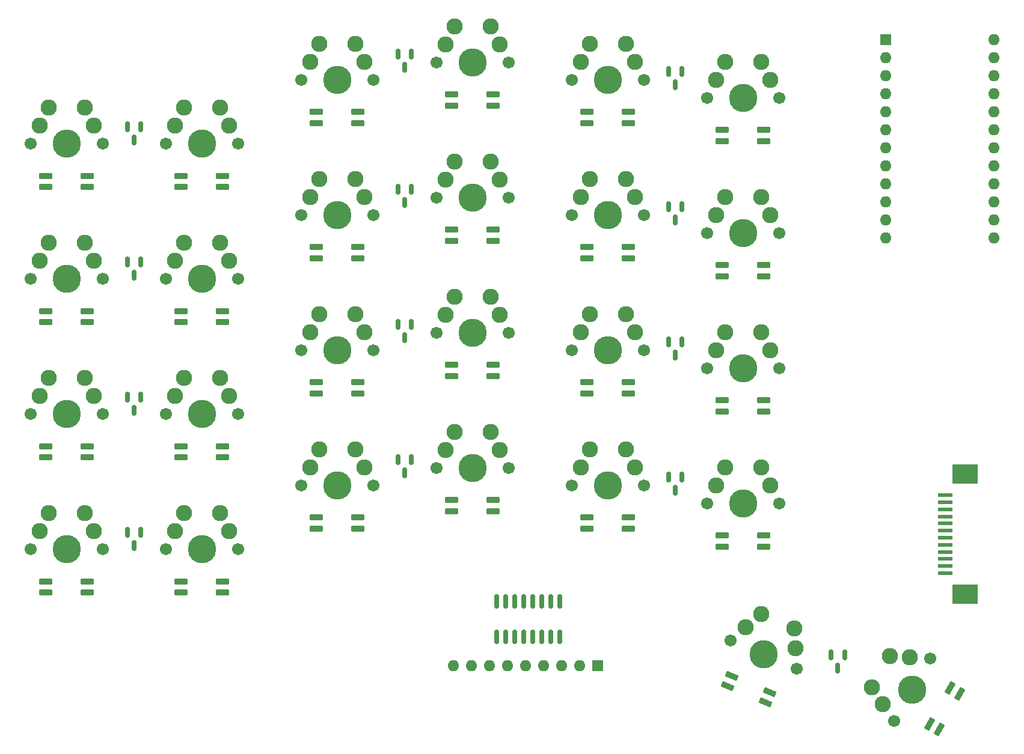
<source format=gbr>
%TF.GenerationSoftware,KiCad,Pcbnew,8.0.8-8.0.8-0~ubuntu22.04.1*%
%TF.CreationDate,2025-01-26T03:04:03-06:00*%
%TF.ProjectId,kbd,6b62642e-6b69-4636-9164-5f7063625858,rev?*%
%TF.SameCoordinates,Original*%
%TF.FileFunction,Soldermask,Top*%
%TF.FilePolarity,Negative*%
%FSLAX46Y46*%
G04 Gerber Fmt 4.6, Leading zero omitted, Abs format (unit mm)*
G04 Created by KiCad (PCBNEW 8.0.8-8.0.8-0~ubuntu22.04.1) date 2025-01-26 03:04:03*
%MOMM*%
%LPD*%
G01*
G04 APERTURE LIST*
G04 Aperture macros list*
%AMRoundRect*
0 Rectangle with rounded corners*
0 $1 Rounding radius*
0 $2 $3 $4 $5 $6 $7 $8 $9 X,Y pos of 4 corners*
0 Add a 4 corners polygon primitive as box body*
4,1,4,$2,$3,$4,$5,$6,$7,$8,$9,$2,$3,0*
0 Add four circle primitives for the rounded corners*
1,1,$1+$1,$2,$3*
1,1,$1+$1,$4,$5*
1,1,$1+$1,$6,$7*
1,1,$1+$1,$8,$9*
0 Add four rect primitives between the rounded corners*
20,1,$1+$1,$2,$3,$4,$5,0*
20,1,$1+$1,$4,$5,$6,$7,0*
20,1,$1+$1,$6,$7,$8,$9,0*
20,1,$1+$1,$8,$9,$2,$3,0*%
G04 Aperture macros list end*
%ADD10RoundRect,0.082000X0.818000X0.328000X-0.818000X0.328000X-0.818000X-0.328000X0.818000X-0.328000X0*%
%ADD11RoundRect,0.082000X-0.818000X-0.328000X0.818000X-0.328000X0.818000X0.328000X-0.818000X0.328000X0*%
%ADD12C,1.701800*%
%ADD13C,3.987800*%
%ADD14C,2.286000*%
%ADD15RoundRect,0.150000X-0.150000X0.850000X-0.150000X-0.850000X0.150000X-0.850000X0.150000X0.850000X0*%
%ADD16R,2.000000X0.610000*%
%ADD17R,3.600000X2.680000*%
%ADD18R,1.600000X1.600000*%
%ADD19O,1.600000X1.600000*%
%ADD20RoundRect,0.082000X0.124944X0.872409X-0.693056X-0.544409X-0.124944X-0.872409X0.693056X0.544409X0*%
%ADD21RoundRect,0.082000X0.881133X-0.017692X-0.624813X0.621544X-0.881133X0.017692X0.624813X-0.621544X0*%
%ADD22RoundRect,0.150000X-0.150000X0.587500X-0.150000X-0.587500X0.150000X-0.587500X0.150000X0.587500X0*%
G04 APERTURE END LIST*
D10*
%TO.C,LED35*%
X158150000Y-115160000D03*
X158150000Y-116740000D03*
X152350000Y-116740000D03*
X152350000Y-115160000D03*
%TD*%
D11*
%TO.C,LED01*%
X76150000Y-66090000D03*
X76150000Y-64510000D03*
X81950000Y-64510000D03*
X81950000Y-66090000D03*
%TD*%
D12*
%TO.C,SW04*%
X131120000Y-51000000D03*
D13*
X136200000Y-51000000D03*
D12*
X141280000Y-51000000D03*
D14*
X133660000Y-45920000D03*
X138740000Y-45920000D03*
X132390000Y-48460000D03*
X140010000Y-48460000D03*
%TD*%
D11*
%TO.C,LED04*%
X133300000Y-57090000D03*
X133300000Y-55510000D03*
X139100000Y-55510000D03*
X139100000Y-57090000D03*
%TD*%
D10*
%TO.C,LED30*%
X62900000Y-121660000D03*
X62900000Y-123240000D03*
X57100000Y-123240000D03*
X57100000Y-121660000D03*
%TD*%
D11*
%TO.C,LED20*%
X57100000Y-104189999D03*
X57100000Y-102609999D03*
X62900000Y-102609999D03*
X62900000Y-104189999D03*
%TD*%
D12*
%TO.C,SW05*%
X150170000Y-53500000D03*
D13*
X155250000Y-53500000D03*
D12*
X160330000Y-53500000D03*
D14*
X152710000Y-48420000D03*
X157790000Y-48420000D03*
X151440000Y-50960000D03*
X159060000Y-50960000D03*
%TD*%
D15*
%TO.C,U4*%
X129445000Y-124500000D03*
X128175000Y-124500000D03*
X126905000Y-124500000D03*
X125635000Y-124500000D03*
X124365000Y-124500000D03*
X123095000Y-124500000D03*
X121825000Y-124500000D03*
X120555000Y-124500000D03*
X120555000Y-129500000D03*
X121825000Y-129500000D03*
X123095000Y-129500000D03*
X124365000Y-129500000D03*
X125635000Y-129500000D03*
X126905000Y-129500000D03*
X128175000Y-129500000D03*
X129445000Y-129500000D03*
%TD*%
D12*
%TO.C,SW13*%
X112070000Y-67550000D03*
D13*
X117150000Y-67550000D03*
D12*
X122230000Y-67550000D03*
D14*
X114610000Y-62470000D03*
X119690000Y-62470000D03*
X113340000Y-65010000D03*
X120960000Y-65010000D03*
%TD*%
D12*
%TO.C,SW33*%
X112070000Y-105650000D03*
D13*
X117150000Y-105650000D03*
D12*
X122230000Y-105650000D03*
D14*
X114610000Y-100570000D03*
X119690000Y-100570000D03*
X113340000Y-103110000D03*
X120960000Y-103110000D03*
%TD*%
D16*
%TO.C,J2*%
X183700000Y-120500000D03*
X183700000Y-119500000D03*
X183700000Y-118500000D03*
X183700000Y-117500000D03*
X183700000Y-116500000D03*
X183700000Y-115500000D03*
X183700000Y-114500000D03*
X183700000Y-113500000D03*
X183700000Y-112500000D03*
X183700000Y-111500000D03*
X183700000Y-110500000D03*
X183700000Y-109500000D03*
D17*
X186500000Y-123490000D03*
X186500000Y-106510000D03*
%TD*%
D12*
%TO.C,SW37*%
X176510000Y-141349409D03*
D13*
X179050000Y-136950000D03*
D12*
X181590000Y-132550591D03*
D14*
X173380591Y-136609705D03*
X175920591Y-132210295D03*
X174945295Y-138979557D03*
X178755295Y-132380443D03*
%TD*%
D12*
%TO.C,SW15*%
X150170000Y-72550000D03*
D13*
X155250000Y-72550000D03*
D12*
X160330000Y-72550000D03*
D14*
X152710000Y-67470000D03*
X157790000Y-67470000D03*
X151440000Y-70010000D03*
X159060000Y-70010000D03*
%TD*%
D10*
%TO.C,LED13*%
X120050000Y-72060000D03*
X120050000Y-73640000D03*
X114250000Y-73640000D03*
X114250000Y-72060000D03*
%TD*%
D12*
%TO.C,SW14*%
X131120000Y-70050000D03*
D13*
X136200000Y-70050000D03*
D12*
X141280000Y-70050000D03*
D14*
X133660000Y-64970000D03*
X138740000Y-64970000D03*
X132390000Y-67510000D03*
X140010000Y-67510000D03*
%TD*%
D12*
%TO.C,SW31*%
X73970000Y-117150000D03*
D13*
X79050000Y-117150000D03*
D12*
X84130000Y-117150000D03*
D14*
X76510000Y-112070000D03*
X81590000Y-112070000D03*
X75240000Y-114610000D03*
X82860000Y-114610000D03*
%TD*%
D12*
%TO.C,SW03*%
X112070000Y-48500000D03*
D13*
X117150000Y-48500000D03*
D12*
X122230000Y-48500000D03*
D14*
X114610000Y-43420000D03*
X119690000Y-43420000D03*
X113340000Y-45960000D03*
X120960000Y-45960000D03*
%TD*%
D18*
%TO.C,U1*%
X175375000Y-45280000D03*
D19*
X175375000Y-47820000D03*
X175375000Y-50360000D03*
X175375000Y-52900000D03*
X175375000Y-55440000D03*
X175375000Y-57980000D03*
X175375000Y-60520000D03*
X175375000Y-63060000D03*
X175375000Y-65600000D03*
X175375000Y-68140000D03*
X175375000Y-70680000D03*
X175375000Y-73220000D03*
X190615000Y-73220000D03*
X190615000Y-70680000D03*
X190615000Y-68140000D03*
X190615000Y-65600000D03*
X190615000Y-63060000D03*
X190615000Y-60520000D03*
X190615000Y-57980000D03*
X190615000Y-55440000D03*
X190615000Y-52900000D03*
X190615000Y-50360000D03*
X190615000Y-47820000D03*
X190615000Y-45280000D03*
%TD*%
D10*
%TO.C,LED32*%
X101000000Y-112660000D03*
X101000000Y-114240000D03*
X95200000Y-114240000D03*
X95200000Y-112660000D03*
%TD*%
D11*
%TO.C,LED21*%
X76150000Y-104189999D03*
X76150000Y-102609999D03*
X81950000Y-102609999D03*
X81950000Y-104189999D03*
%TD*%
D12*
%TO.C,SW24*%
X131120000Y-89100000D03*
D13*
X136200000Y-89100000D03*
D12*
X141280000Y-89100000D03*
D14*
X133660000Y-84020000D03*
X138740000Y-84020000D03*
X132390000Y-86560000D03*
X140010000Y-86560000D03*
%TD*%
D20*
%TO.C,LED37*%
X184405840Y-136683526D03*
X185774160Y-137473526D03*
X182874160Y-142496474D03*
X181505840Y-141706474D03*
%TD*%
D12*
%TO.C,SW21*%
X73970000Y-98100000D03*
D13*
X79050000Y-98100000D03*
D12*
X84130000Y-98100000D03*
D14*
X76510000Y-93020000D03*
X81590000Y-93020000D03*
X75240000Y-95560000D03*
X82860000Y-95560000D03*
%TD*%
D11*
%TO.C,LED23*%
X114250000Y-92689999D03*
X114250000Y-91109999D03*
X120050000Y-91109999D03*
X120050000Y-92689999D03*
%TD*%
D12*
%TO.C,SW34*%
X131120000Y-108150000D03*
D13*
X136200000Y-108150000D03*
D12*
X141280000Y-108150000D03*
D14*
X133660000Y-103070000D03*
X138740000Y-103070000D03*
X132390000Y-105610000D03*
X140010000Y-105610000D03*
%TD*%
D10*
%TO.C,LED31*%
X81950000Y-121660000D03*
X81950000Y-123240000D03*
X76150000Y-123240000D03*
X76150000Y-121660000D03*
%TD*%
D12*
%TO.C,SW11*%
X73970000Y-79050000D03*
D13*
X79050000Y-79050000D03*
D12*
X84130000Y-79050000D03*
D14*
X76510000Y-73970000D03*
X81590000Y-73970000D03*
X75240000Y-76510000D03*
X82860000Y-76510000D03*
%TD*%
D11*
%TO.C,LED24*%
X133300000Y-95189999D03*
X133300000Y-93609999D03*
X139100000Y-93609999D03*
X139100000Y-95189999D03*
%TD*%
%TO.C,LED25*%
X152350000Y-97689999D03*
X152350000Y-96109999D03*
X158150000Y-96109999D03*
X158150000Y-97689999D03*
%TD*%
%TO.C,LED03*%
X114250000Y-54590000D03*
X114250000Y-53010000D03*
X120050000Y-53010000D03*
X120050000Y-54590000D03*
%TD*%
D10*
%TO.C,LED33*%
X120050000Y-110160000D03*
X120050000Y-111740000D03*
X114250000Y-111740000D03*
X114250000Y-110160000D03*
%TD*%
D21*
%TO.C,LED36*%
X159048142Y-137243667D03*
X158430786Y-138698065D03*
X153091858Y-136431825D03*
X153709214Y-134977427D03*
%TD*%
D12*
%TO.C,SW30*%
X54920000Y-117150000D03*
D13*
X60000000Y-117150000D03*
D12*
X65080000Y-117150000D03*
D14*
X57460000Y-112070000D03*
X62540000Y-112070000D03*
X56190000Y-114610000D03*
X63810000Y-114610000D03*
%TD*%
D12*
%TO.C,SW00*%
X54920000Y-60000000D03*
D13*
X60000000Y-60000000D03*
D12*
X65080000Y-60000000D03*
D14*
X57460000Y-54920000D03*
X62540000Y-54920000D03*
X56190000Y-57460000D03*
X63810000Y-57460000D03*
%TD*%
D12*
%TO.C,SW35*%
X150170000Y-110650000D03*
D13*
X155250000Y-110650000D03*
D12*
X160330000Y-110650000D03*
D14*
X152710000Y-105570000D03*
X157790000Y-105570000D03*
X151440000Y-108110000D03*
X159060000Y-108110000D03*
%TD*%
D10*
%TO.C,LED14*%
X139100000Y-74560000D03*
X139100000Y-76140000D03*
X133300000Y-76140000D03*
X133300000Y-74560000D03*
%TD*%
D11*
%TO.C,LED22*%
X95200000Y-95189999D03*
X95200000Y-93609999D03*
X101000000Y-93609999D03*
X101000000Y-95189999D03*
%TD*%
D10*
%TO.C,LED10*%
X62900000Y-83560000D03*
X62900000Y-85140000D03*
X57100000Y-85140000D03*
X57100000Y-83560000D03*
%TD*%
D12*
%TO.C,SW23*%
X112070000Y-86600000D03*
D13*
X117150000Y-86600000D03*
D12*
X122230000Y-86600000D03*
D14*
X114610000Y-81520000D03*
X119690000Y-81520000D03*
X113340000Y-84060000D03*
X120960000Y-84060000D03*
%TD*%
D12*
%TO.C,SW20*%
X54920000Y-98100000D03*
D13*
X60000000Y-98100000D03*
D12*
X65080000Y-98100000D03*
D14*
X57460000Y-93020000D03*
X62540000Y-93020000D03*
X56190000Y-95560000D03*
X63810000Y-95560000D03*
%TD*%
D12*
%TO.C,SW12*%
X93020000Y-70050000D03*
D13*
X98100000Y-70050000D03*
D12*
X103180000Y-70050000D03*
D14*
X95560000Y-64970000D03*
X100640000Y-64970000D03*
X94290000Y-67510000D03*
X101910000Y-67510000D03*
%TD*%
D10*
%TO.C,LED12*%
X101000000Y-74560000D03*
X101000000Y-76140000D03*
X95200000Y-76140000D03*
X95200000Y-74560000D03*
%TD*%
D11*
%TO.C,LED02*%
X95200000Y-57090000D03*
X95200000Y-55510000D03*
X101000000Y-55510000D03*
X101000000Y-57090000D03*
%TD*%
D12*
%TO.C,SW02*%
X93020000Y-51000000D03*
D13*
X98100000Y-51000000D03*
D12*
X103180000Y-51000000D03*
D14*
X95560000Y-45920000D03*
X100640000Y-45920000D03*
X94290000Y-48460000D03*
X101910000Y-48460000D03*
%TD*%
D10*
%TO.C,LED34*%
X139100000Y-112660000D03*
X139100000Y-114240000D03*
X133300000Y-114240000D03*
X133300000Y-112660000D03*
%TD*%
D11*
%TO.C,LED00*%
X57100000Y-66090000D03*
X57100000Y-64510000D03*
X62900000Y-64510000D03*
X62900000Y-66090000D03*
%TD*%
D10*
%TO.C,LED15*%
X158150000Y-77060000D03*
X158150000Y-78640000D03*
X152350000Y-78640000D03*
X152350000Y-77060000D03*
%TD*%
%TO.C,LED11*%
X81950000Y-83560000D03*
X81950000Y-85140000D03*
X76150000Y-85140000D03*
X76150000Y-83560000D03*
%TD*%
D12*
%TO.C,SW01*%
X73970000Y-60000000D03*
D13*
X79050000Y-60000000D03*
D12*
X84130000Y-60000000D03*
D14*
X76510000Y-54920000D03*
X81590000Y-54920000D03*
X75240000Y-57460000D03*
X82860000Y-57460000D03*
%TD*%
D12*
%TO.C,SW25*%
X150170000Y-91600000D03*
D13*
X155250000Y-91600000D03*
D12*
X160330000Y-91600000D03*
D14*
X152710000Y-86520000D03*
X157790000Y-86520000D03*
X151440000Y-89060000D03*
X159060000Y-89060000D03*
%TD*%
D11*
%TO.C,LED05*%
X152350000Y-59590000D03*
X152350000Y-58010000D03*
X158150000Y-58010000D03*
X158150000Y-59590000D03*
%TD*%
D12*
%TO.C,SW10*%
X54920000Y-79050000D03*
D13*
X60000000Y-79050000D03*
D12*
X65080000Y-79050000D03*
D14*
X57460000Y-73970000D03*
X62540000Y-73970000D03*
X56190000Y-76510000D03*
X63810000Y-76510000D03*
%TD*%
D12*
%TO.C,SW36*%
X153473835Y-129965086D03*
D13*
X158150000Y-131950000D03*
D12*
X162826165Y-133934914D03*
D14*
X157796832Y-126281378D03*
X162472996Y-128266292D03*
X155635334Y-128123232D03*
X162649581Y-131100603D03*
%TD*%
D12*
%TO.C,SW22*%
X93020000Y-89100000D03*
D13*
X98100000Y-89100000D03*
D12*
X103180000Y-89100000D03*
D14*
X95560000Y-84020000D03*
X100640000Y-84020000D03*
X94290000Y-86560000D03*
X101910000Y-86560000D03*
%TD*%
D12*
%TO.C,SW32*%
X93020000Y-108150000D03*
D13*
X98100000Y-108150000D03*
D12*
X103180000Y-108150000D03*
D14*
X95560000Y-103070000D03*
X100640000Y-103070000D03*
X94290000Y-105610000D03*
X101910000Y-105610000D03*
%TD*%
D22*
%TO.C,D2425*%
X144775000Y-87912500D03*
X146675000Y-87912500D03*
X145725000Y-89787500D03*
%TD*%
%TO.C,D0001*%
X68575000Y-57562500D03*
X70475000Y-57562500D03*
X69525000Y-59437500D03*
%TD*%
%TO.C,D3435*%
X144775000Y-106962500D03*
X146675000Y-106962500D03*
X145725000Y-108837500D03*
%TD*%
%TO.C,D0405*%
X144775000Y-49812500D03*
X146675000Y-49812500D03*
X145725000Y-51687500D03*
%TD*%
%TO.C,D1415*%
X144775000Y-68862500D03*
X146675000Y-68862500D03*
X145725000Y-70737500D03*
%TD*%
D18*
%TO.C,RN1*%
X134795000Y-133500000D03*
D19*
X132255000Y-133500000D03*
X129715000Y-133500000D03*
X127175000Y-133500000D03*
X124635000Y-133500000D03*
X122095000Y-133500000D03*
X119555000Y-133500000D03*
X117015000Y-133500000D03*
X114475000Y-133500000D03*
%TD*%
D22*
%TO.C,D3031*%
X68575000Y-114712500D03*
X70475000Y-114712500D03*
X69525000Y-116587500D03*
%TD*%
%TO.C,D3233*%
X106675000Y-104462500D03*
X108575000Y-104462500D03*
X107625000Y-106337500D03*
%TD*%
%TO.C,D1011*%
X68575000Y-76612500D03*
X70475000Y-76612500D03*
X69525000Y-78487500D03*
%TD*%
%TO.C,D0203*%
X106675000Y-47312500D03*
X108575000Y-47312500D03*
X107625000Y-49187500D03*
%TD*%
%TO.C,D3637*%
X167650000Y-132012500D03*
X169550000Y-132012500D03*
X168600000Y-133887500D03*
%TD*%
%TO.C,D1213*%
X106675000Y-66362500D03*
X108575000Y-66362500D03*
X107625000Y-68237500D03*
%TD*%
%TO.C,D2223*%
X106675000Y-85412500D03*
X108575000Y-85412500D03*
X107625000Y-87287500D03*
%TD*%
%TO.C,D2021*%
X68575000Y-95662500D03*
X70475000Y-95662500D03*
X69525000Y-97537500D03*
%TD*%
M02*

</source>
